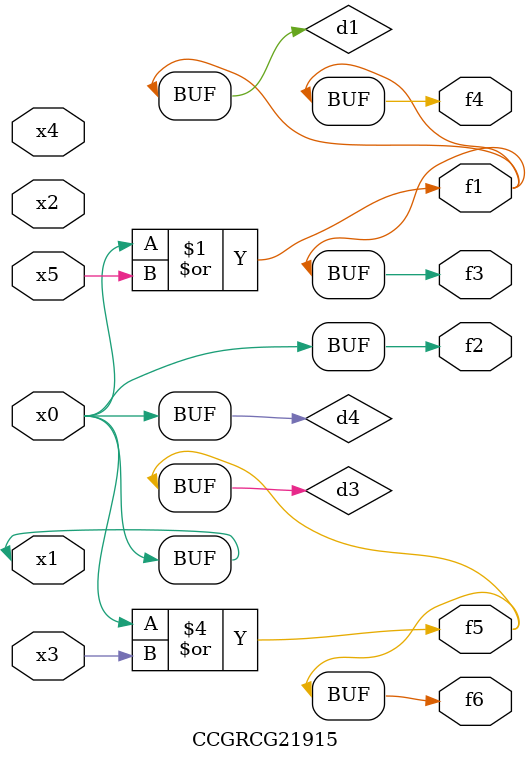
<source format=v>
module CCGRCG21915(
	input x0, x1, x2, x3, x4, x5,
	output f1, f2, f3, f4, f5, f6
);

	wire d1, d2, d3, d4;

	or (d1, x0, x5);
	xnor (d2, x1, x4);
	or (d3, x0, x3);
	buf (d4, x0, x1);
	assign f1 = d1;
	assign f2 = d4;
	assign f3 = d1;
	assign f4 = d1;
	assign f5 = d3;
	assign f6 = d3;
endmodule

</source>
